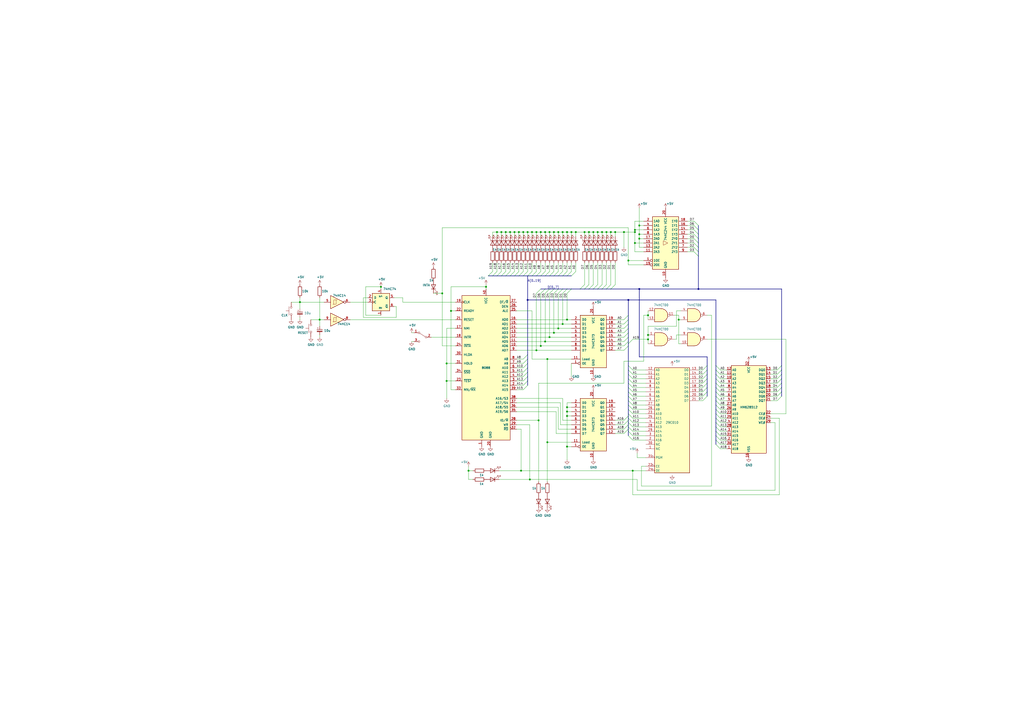
<source format=kicad_sch>
(kicad_sch (version 20211123) (generator eeschema)
  (paper "A2")
  (junction (at 261.62 180.34))
  (junction (at 334.01 134.62))
  (junction (at 344.17 134.62))
  (junction (at 298.45 134.62))
  (junction (at 368.3 140.97))
  (junction (at 321.31 193.04))
  (junction (at 326.39 187.96))
  (junction (at 259.08 210.82))
  (junction (at 368.3 133.35))
  (junction (at 328.93 241.3))
  (junction (at 393.7 185.42))
  (junction (at 346.71 134.62))
  (junction (at 288.29 134.62))
  (junction (at 256.54 170.18))
  (junction (at 375.92 182.88))
  (junction (at 370.84 130.81))
  (junction (at 349.25 134.62))
  (junction (at 328.93 134.62))
  (junction (at 405.13 167.64))
  (junction (at 326.39 134.62))
  (junction (at 306.07 134.62))
  (junction (at 375.92 196.85))
  (junction (at 328.93 238.76))
  (junction (at 368.3 134.62))
  (junction (at 341.63 134.62))
  (junction (at 364.49 173.99))
  (junction (at 311.15 134.62))
  (junction (at 259.08 220.98))
  (junction (at 300.99 134.62))
  (junction (at 312.42 243.84))
  (junction (at 317.5 256.54))
  (junction (at 303.53 134.62))
  (junction (at 290.83 134.62))
  (junction (at 308.61 134.62))
  (junction (at 323.85 190.5))
  (junction (at 281.94 166.37))
  (junction (at 311.15 203.2))
  (junction (at 302.26 273.05))
  (junction (at 321.31 134.62))
  (junction (at 367.03 273.05))
  (junction (at 351.79 134.62))
  (junction (at 306.07 173.99))
  (junction (at 316.23 198.12))
  (junction (at 318.77 134.62))
  (junction (at 328.93 236.22))
  (junction (at 295.91 134.62))
  (junction (at 318.77 195.58))
  (junction (at 316.23 134.62))
  (junction (at 328.93 185.42))
  (junction (at 185.42 185.42))
  (junction (at 317.5 208.28))
  (junction (at 293.37 134.62))
  (junction (at 370.84 138.43))
  (junction (at 375.92 194.31))
  (junction (at 331.47 134.62))
  (junction (at 313.69 200.66))
  (junction (at 328.93 259.08))
  (junction (at 356.87 134.62))
  (junction (at 313.69 134.62))
  (junction (at 370.84 167.64))
  (junction (at 271.78 273.05))
  (junction (at 361.95 134.62))
  (junction (at 220.98 166.37))
  (junction (at 354.33 134.62))
  (junction (at 173.99 175.26))
  (junction (at 370.84 135.89))
  (junction (at 307.34 278.13))
  (junction (at 339.09 134.62))
  (junction (at 323.85 134.62))
  (junction (at 364.49 151.13))
  (bus_entry (at 349.25 167.64) (size 2.54 -2.54))
  (bus_entry (at 346.71 167.64) (size 2.54 -2.54))
  (bus_entry (at 364.49 240.03) (size 2.54 2.54))
  (bus_entry (at 415.29 219.71) (size 2.54 2.54))
  (bus_entry (at 303.53 220.98) (size 2.54 -2.54))
  (bus_entry (at 339.09 167.64) (size 2.54 -2.54))
  (bus_entry (at 303.53 215.9) (size 2.54 -2.54))
  (bus_entry (at 402.59 138.43) (size 2.54 2.54))
  (bus_entry (at 361.95 193.04) (size 2.54 -2.54))
  (bus_entry (at 402.59 130.81) (size 2.54 2.54))
  (bus_entry (at 402.59 133.35) (size 2.54 2.54))
  (bus_entry (at 415.29 217.17) (size 2.54 2.54))
  (bus_entry (at 303.53 208.28) (size 2.54 -2.54))
  (bus_entry (at 285.75 160.02) (size 2.54 -2.54))
  (bus_entry (at 313.69 170.18) (size 2.54 -2.54))
  (bus_entry (at 331.47 160.02) (size 2.54 -2.54))
  (bus_entry (at 364.49 232.41) (size 2.54 2.54))
  (bus_entry (at 351.79 167.64) (size 2.54 -2.54))
  (bus_entry (at 407.67 217.17) (size 2.54 -2.54))
  (bus_entry (at 450.85 222.25) (size 2.54 -2.54))
  (bus_entry (at 364.49 247.65) (size 2.54 2.54))
  (bus_entry (at 415.29 227.33) (size 2.54 2.54))
  (bus_entry (at 295.91 160.02) (size 2.54 -2.54))
  (bus_entry (at 303.53 160.02) (size 2.54 -2.54))
  (bus_entry (at 407.67 222.25) (size 2.54 -2.54))
  (bus_entry (at 364.49 212.09) (size 2.54 2.54))
  (bus_entry (at 311.15 160.02) (size 2.54 -2.54))
  (bus_entry (at 336.55 167.64) (size 2.54 -2.54))
  (bus_entry (at 364.49 214.63) (size 2.54 2.54))
  (bus_entry (at 415.29 229.87) (size 2.54 2.54))
  (bus_entry (at 313.69 160.02) (size 2.54 -2.54))
  (bus_entry (at 328.93 160.02) (size 2.54 -2.54))
  (bus_entry (at 303.53 210.82) (size 2.54 -2.54))
  (bus_entry (at 407.67 229.87) (size 2.54 -2.54))
  (bus_entry (at 364.49 237.49) (size 2.54 2.54))
  (bus_entry (at 415.29 212.09) (size 2.54 2.54))
  (bus_entry (at 364.49 242.57) (size 2.54 2.54))
  (bus_entry (at 303.53 226.06) (size 2.54 -2.54))
  (bus_entry (at 415.29 240.03) (size 2.54 2.54))
  (bus_entry (at 402.59 146.05) (size 2.54 2.54))
  (bus_entry (at 415.29 247.65) (size 2.54 2.54))
  (bus_entry (at 415.29 222.25) (size 2.54 2.54))
  (bus_entry (at 321.31 160.02) (size 2.54 -2.54))
  (bus_entry (at 361.95 203.2) (size 2.54 -2.54))
  (bus_entry (at 361.95 243.84) (size 2.54 -2.54))
  (bus_entry (at 361.95 187.96) (size 2.54 -2.54))
  (bus_entry (at 316.23 170.18) (size 2.54 -2.54))
  (bus_entry (at 308.61 160.02) (size 2.54 -2.54))
  (bus_entry (at 293.37 160.02) (size 2.54 -2.54))
  (bus_entry (at 361.95 195.58) (size 2.54 -2.54))
  (bus_entry (at 402.59 140.97) (size 2.54 2.54))
  (bus_entry (at 318.77 160.02) (size 2.54 -2.54))
  (bus_entry (at 321.31 170.18) (size 2.54 -2.54))
  (bus_entry (at 303.53 223.52) (size 2.54 -2.54))
  (bus_entry (at 450.85 232.41) (size 2.54 -2.54))
  (bus_entry (at 450.85 227.33) (size 2.54 -2.54))
  (bus_entry (at 450.85 229.87) (size 2.54 -2.54))
  (bus_entry (at 450.85 219.71) (size 2.54 -2.54))
  (bus_entry (at 364.49 222.25) (size 2.54 2.54))
  (bus_entry (at 361.95 251.46) (size 2.54 -2.54))
  (bus_entry (at 288.29 160.02) (size 2.54 -2.54))
  (bus_entry (at 361.95 248.92) (size 2.54 -2.54))
  (bus_entry (at 303.53 218.44) (size 2.54 -2.54))
  (bus_entry (at 415.29 250.19) (size 2.54 2.54))
  (bus_entry (at 364.49 234.95) (size 2.54 2.54))
  (bus_entry (at 361.95 198.12) (size 2.54 -2.54))
  (bus_entry (at 402.59 128.27) (size 2.54 2.54))
  (bus_entry (at 290.83 160.02) (size 2.54 -2.54))
  (bus_entry (at 316.23 160.02) (size 2.54 -2.54))
  (bus_entry (at 415.29 245.11) (size 2.54 2.54))
  (bus_entry (at 283.21 160.02) (size 2.54 -2.54))
  (bus_entry (at 450.85 217.17) (size 2.54 -2.54))
  (bus_entry (at 364.49 199.39) (size 2.54 -2.54))
  (bus_entry (at 415.29 232.41) (size 2.54 2.54))
  (bus_entry (at 318.77 170.18) (size 2.54 -2.54))
  (bus_entry (at 354.33 167.64) (size 2.54 -2.54))
  (bus_entry (at 364.49 252.73) (size 2.54 2.54))
  (bus_entry (at 328.93 170.18) (size 2.54 -2.54))
  (bus_entry (at 450.85 214.63) (size 2.54 -2.54))
  (bus_entry (at 402.59 135.89) (size 2.54 2.54))
  (bus_entry (at 344.17 167.64) (size 2.54 -2.54))
  (bus_entry (at 364.49 219.71) (size 2.54 2.54))
  (bus_entry (at 364.49 250.19) (size 2.54 2.54))
  (bus_entry (at 407.67 224.79) (size 2.54 -2.54))
  (bus_entry (at 407.67 219.71) (size 2.54 -2.54))
  (bus_entry (at 323.85 170.18) (size 2.54 -2.54))
  (bus_entry (at 323.85 160.02) (size 2.54 -2.54))
  (bus_entry (at 341.63 167.64) (size 2.54 -2.54))
  (bus_entry (at 306.07 160.02) (size 2.54 -2.54))
  (bus_entry (at 303.53 213.36) (size 2.54 -2.54))
  (bus_entry (at 298.45 160.02) (size 2.54 -2.54))
  (bus_entry (at 326.39 160.02) (size 2.54 -2.54))
  (bus_entry (at 364.49 245.11) (size 2.54 2.54))
  (bus_entry (at 407.67 214.63) (size 2.54 -2.54))
  (bus_entry (at 407.67 232.41) (size 2.54 -2.54))
  (bus_entry (at 415.29 234.95) (size 2.54 2.54))
  (bus_entry (at 415.29 242.57) (size 2.54 2.54))
  (bus_entry (at 361.95 246.38) (size 2.54 -2.54))
  (bus_entry (at 407.67 227.33) (size 2.54 -2.54))
  (bus_entry (at 450.85 224.79) (size 2.54 -2.54))
  (bus_entry (at 415.29 214.63) (size 2.54 2.54))
  (bus_entry (at 311.15 170.18) (size 2.54 -2.54))
  (bus_entry (at 364.49 217.17) (size 2.54 2.54))
  (bus_entry (at 415.29 255.27) (size 2.54 2.54))
  (bus_entry (at 361.95 200.66) (size 2.54 -2.54))
  (bus_entry (at 364.49 224.79) (size 2.54 2.54))
  (bus_entry (at 415.29 237.49) (size 2.54 2.54))
  (bus_entry (at 402.59 143.51) (size 2.54 2.54))
  (bus_entry (at 300.99 160.02) (size 2.54 -2.54))
  (bus_entry (at 361.95 190.5) (size 2.54 -2.54))
  (bus_entry (at 326.39 170.18) (size 2.54 -2.54))
  (bus_entry (at 361.95 185.42) (size 2.54 -2.54))
  (bus_entry (at 415.29 252.73) (size 2.54 2.54))
  (bus_entry (at 364.49 229.87) (size 2.54 2.54))
  (bus_entry (at 415.29 257.81) (size 2.54 2.54))
  (bus_entry (at 364.49 227.33) (size 2.54 2.54))
  (bus_entry (at 415.29 224.79) (size 2.54 2.54))
  (bus (pts (xy 415.29 247.65) (xy 415.29 250.19)))
  (wire (pts (xy 367.03 214.63) (xy 374.65 214.63)))
  (wire (pts (xy 356.87 198.12) (xy 361.95 198.12)))
  (wire (pts (xy 313.69 157.48) (xy 313.69 152.4)))
  (wire (pts (xy 449.58 245.11) (xy 447.04 245.11)))
  (wire (pts (xy 405.13 217.17) (xy 407.67 217.17)))
  (wire (pts (xy 313.69 137.16) (xy 313.69 134.62)))
  (wire (pts (xy 398.78 135.89) (xy 402.59 135.89)))
  (bus (pts (xy 364.49 193.04) (xy 364.49 195.58)))
  (wire (pts (xy 328.93 170.18) (xy 328.93 185.42)))
  (wire (pts (xy 323.85 134.62) (xy 326.39 134.62)))
  (bus (pts (xy 326.39 167.64) (xy 328.93 167.64)))
  (bus (pts (xy 410.21 212.09) (xy 410.21 214.63)))
  (wire (pts (xy 392.43 194.31) (xy 392.43 196.85)))
  (wire (pts (xy 318.77 152.4) (xy 318.77 157.48)))
  (wire (pts (xy 367.03 196.85) (xy 375.92 196.85)))
  (wire (pts (xy 373.38 151.13) (xy 364.49 151.13)))
  (wire (pts (xy 367.03 234.95) (xy 374.65 234.95)))
  (wire (pts (xy 326.39 187.96) (xy 331.47 187.96)))
  (wire (pts (xy 299.72 246.38) (xy 307.34 246.38)))
  (wire (pts (xy 264.16 220.98) (xy 259.08 220.98)))
  (wire (pts (xy 331.47 198.12) (xy 316.23 198.12)))
  (wire (pts (xy 288.29 134.62) (xy 290.83 134.62)))
  (bus (pts (xy 306.07 173.99) (xy 306.07 205.74)))
  (wire (pts (xy 311.15 137.16) (xy 311.15 134.62)))
  (bus (pts (xy 364.49 243.84) (xy 364.49 245.11)))
  (bus (pts (xy 285.75 160.02) (xy 288.29 160.02)))
  (wire (pts (xy 447.04 229.87) (xy 450.85 229.87)))
  (bus (pts (xy 288.29 160.02) (xy 290.83 160.02)))
  (wire (pts (xy 185.42 194.31) (xy 185.42 195.58)))
  (wire (pts (xy 317.5 208.28) (xy 331.47 208.28)))
  (wire (pts (xy 369.57 284.48) (xy 449.58 284.48)))
  (bus (pts (xy 313.69 160.02) (xy 316.23 160.02)))
  (wire (pts (xy 405.13 232.41) (xy 407.67 232.41)))
  (wire (pts (xy 455.93 196.85) (xy 455.93 240.03)))
  (wire (pts (xy 256.54 170.18) (xy 256.54 200.66)))
  (bus (pts (xy 405.13 167.64) (xy 370.84 167.64)))
  (wire (pts (xy 233.68 172.72) (xy 228.6 172.72)))
  (bus (pts (xy 453.39 222.25) (xy 453.39 224.79)))
  (wire (pts (xy 361.95 190.5) (xy 356.87 190.5)))
  (wire (pts (xy 187.96 175.26) (xy 173.99 175.26)))
  (wire (pts (xy 394.97 185.42) (xy 393.7 185.42)))
  (wire (pts (xy 317.5 256.54) (xy 331.47 256.54)))
  (wire (pts (xy 281.94 166.37) (xy 281.94 167.64)))
  (wire (pts (xy 375.92 180.34) (xy 375.92 182.88)))
  (wire (pts (xy 361.95 222.25) (xy 361.95 209.55)))
  (bus (pts (xy 313.69 167.64) (xy 316.23 167.64)))
  (wire (pts (xy 323.85 137.16) (xy 323.85 134.62)))
  (bus (pts (xy 283.21 160.02) (xy 285.75 160.02)))
  (wire (pts (xy 203.2 175.26) (xy 213.36 175.26)))
  (bus (pts (xy 364.49 190.5) (xy 364.49 193.04)))
  (wire (pts (xy 393.7 199.39) (xy 394.97 199.39)))
  (bus (pts (xy 405.13 148.59) (xy 405.13 167.64)))
  (wire (pts (xy 317.5 256.54) (xy 317.5 279.4)))
  (wire (pts (xy 367.03 224.79) (xy 374.65 224.79)))
  (bus (pts (xy 415.29 173.99) (xy 415.29 212.09)))
  (wire (pts (xy 173.99 184.15) (xy 173.99 185.42)))
  (wire (pts (xy 321.31 193.04) (xy 331.47 193.04)))
  (wire (pts (xy 331.47 233.68) (xy 328.93 233.68)))
  (wire (pts (xy 316.23 157.48) (xy 316.23 152.4)))
  (bus (pts (xy 298.45 160.02) (xy 300.99 160.02)))
  (wire (pts (xy 354.33 134.62) (xy 356.87 134.62)))
  (wire (pts (xy 323.85 236.22) (xy 323.85 248.92)))
  (wire (pts (xy 356.87 187.96) (xy 361.95 187.96)))
  (bus (pts (xy 415.29 240.03) (xy 415.29 242.57)))
  (wire (pts (xy 256.54 132.08) (xy 256.54 170.18)))
  (wire (pts (xy 210.82 184.15) (xy 229.87 184.15)))
  (wire (pts (xy 316.23 198.12) (xy 299.72 198.12)))
  (bus (pts (xy 364.49 217.17) (xy 364.49 219.71)))
  (bus (pts (xy 410.21 219.71) (xy 410.21 222.25)))
  (wire (pts (xy 285.75 157.48) (xy 285.75 152.4)))
  (wire (pts (xy 318.77 137.16) (xy 318.77 134.62)))
  (bus (pts (xy 344.17 167.64) (xy 346.71 167.64)))
  (bus (pts (xy 364.49 224.79) (xy 364.49 227.33)))
  (wire (pts (xy 303.53 210.82) (xy 299.72 210.82)))
  (wire (pts (xy 361.95 185.42) (xy 356.87 185.42)))
  (bus (pts (xy 415.29 234.95) (xy 415.29 237.49)))
  (wire (pts (xy 212.09 166.37) (xy 220.98 166.37)))
  (wire (pts (xy 328.93 238.76) (xy 331.47 238.76)))
  (wire (pts (xy 299.72 248.92) (xy 302.26 248.92)))
  (bus (pts (xy 316.23 160.02) (xy 318.77 160.02)))
  (wire (pts (xy 375.92 182.88) (xy 375.92 185.42)))
  (bus (pts (xy 415.29 252.73) (xy 415.29 255.27)))
  (bus (pts (xy 415.29 245.11) (xy 415.29 247.65)))
  (wire (pts (xy 339.09 134.62) (xy 334.01 134.62)))
  (wire (pts (xy 370.84 135.89) (xy 373.38 135.89)))
  (bus (pts (xy 303.53 160.02) (xy 306.07 160.02)))
  (bus (pts (xy 328.93 167.64) (xy 331.47 167.64)))
  (bus (pts (xy 410.21 217.17) (xy 410.21 219.71)))
  (wire (pts (xy 356.87 165.1) (xy 356.87 152.4)))
  (wire (pts (xy 417.83 257.81) (xy 421.64 257.81)))
  (bus (pts (xy 364.49 195.58) (xy 364.49 198.12)))
  (wire (pts (xy 173.99 175.26) (xy 173.99 179.07)))
  (bus (pts (xy 364.49 173.99) (xy 415.29 173.99)))
  (wire (pts (xy 361.95 209.55) (xy 373.38 209.55)))
  (wire (pts (xy 339.09 134.62) (xy 341.63 134.62)))
  (bus (pts (xy 326.39 160.02) (xy 328.93 160.02)))
  (wire (pts (xy 341.63 152.4) (xy 341.63 165.1)))
  (bus (pts (xy 306.07 173.99) (xy 364.49 173.99)))
  (wire (pts (xy 331.47 185.42) (xy 328.93 185.42)))
  (wire (pts (xy 368.3 134.62) (xy 368.3 140.97)))
  (wire (pts (xy 367.03 273.05) (xy 374.65 273.05)))
  (wire (pts (xy 417.83 245.11) (xy 421.64 245.11)))
  (wire (pts (xy 285.75 134.62) (xy 288.29 134.62)))
  (wire (pts (xy 308.61 180.34) (xy 308.61 208.28)))
  (wire (pts (xy 187.96 185.42) (xy 185.42 185.42)))
  (bus (pts (xy 364.49 250.19) (xy 364.49 252.73)))
  (wire (pts (xy 344.17 137.16) (xy 344.17 134.62)))
  (wire (pts (xy 367.03 252.73) (xy 374.65 252.73)))
  (wire (pts (xy 288.29 152.4) (xy 288.29 157.48)))
  (wire (pts (xy 356.87 203.2) (xy 361.95 203.2)))
  (wire (pts (xy 356.87 193.04) (xy 361.95 193.04)))
  (bus (pts (xy 336.55 167.64) (xy 339.09 167.64)))
  (wire (pts (xy 449.58 284.48) (xy 449.58 245.11)))
  (wire (pts (xy 307.34 278.13) (xy 369.57 278.13)))
  (wire (pts (xy 417.83 242.57) (xy 421.64 242.57)))
  (wire (pts (xy 398.78 138.43) (xy 402.59 138.43)))
  (bus (pts (xy 290.83 160.02) (xy 293.37 160.02)))
  (bus (pts (xy 306.07 205.74) (xy 306.07 208.28)))
  (wire (pts (xy 412.75 281.94) (xy 412.75 182.88)))
  (wire (pts (xy 392.43 180.34) (xy 392.43 189.23)))
  (bus (pts (xy 364.49 241.3) (xy 364.49 242.57)))
  (wire (pts (xy 373.38 143.51) (xy 370.84 143.51)))
  (bus (pts (xy 415.29 237.49) (xy 415.29 240.03)))
  (bus (pts (xy 339.09 167.64) (xy 341.63 167.64)))
  (wire (pts (xy 351.79 152.4) (xy 351.79 165.1)))
  (wire (pts (xy 393.7 185.42) (xy 393.7 182.88)))
  (wire (pts (xy 326.39 170.18) (xy 326.39 187.96)))
  (wire (pts (xy 349.25 152.4) (xy 349.25 165.1)))
  (wire (pts (xy 361.95 134.62) (xy 368.3 134.62)))
  (wire (pts (xy 367.03 219.71) (xy 374.65 219.71)))
  (wire (pts (xy 321.31 134.62) (xy 323.85 134.62)))
  (wire (pts (xy 303.53 157.48) (xy 303.53 152.4)))
  (wire (pts (xy 328.93 236.22) (xy 331.47 236.22)))
  (wire (pts (xy 398.78 130.81) (xy 402.59 130.81)))
  (bus (pts (xy 364.49 234.95) (xy 364.49 237.49)))
  (wire (pts (xy 373.38 130.81) (xy 370.84 130.81)))
  (wire (pts (xy 417.83 217.17) (xy 421.64 217.17)))
  (wire (pts (xy 398.78 143.51) (xy 402.59 143.51)))
  (wire (pts (xy 447.04 222.25) (xy 450.85 222.25)))
  (bus (pts (xy 306.07 215.9) (xy 306.07 218.44)))
  (bus (pts (xy 293.37 160.02) (xy 295.91 160.02)))
  (wire (pts (xy 281.94 165.1) (xy 281.94 166.37)))
  (wire (pts (xy 326.39 231.14) (xy 326.39 243.84)))
  (wire (pts (xy 299.72 203.2) (xy 311.15 203.2)))
  (bus (pts (xy 311.15 160.02) (xy 313.69 160.02)))
  (wire (pts (xy 318.77 170.18) (xy 318.77 195.58)))
  (wire (pts (xy 410.21 196.85) (xy 455.93 196.85)))
  (bus (pts (xy 351.79 167.64) (xy 354.33 167.64)))
  (wire (pts (xy 398.78 133.35) (xy 402.59 133.35)))
  (bus (pts (xy 321.31 167.64) (xy 323.85 167.64)))
  (wire (pts (xy 261.62 226.06) (xy 261.62 180.34)))
  (bus (pts (xy 415.29 229.87) (xy 415.29 232.41)))
  (wire (pts (xy 370.84 120.65) (xy 370.84 130.81)))
  (bus (pts (xy 364.49 200.66) (xy 364.49 212.09)))
  (bus (pts (xy 370.84 167.64) (xy 370.84 207.01)))
  (wire (pts (xy 322.58 251.46) (xy 331.47 251.46)))
  (wire (pts (xy 405.13 222.25) (xy 407.67 222.25)))
  (wire (pts (xy 447.04 219.71) (xy 450.85 219.71)))
  (bus (pts (xy 405.13 130.81) (xy 405.13 133.35)))
  (wire (pts (xy 312.42 243.84) (xy 312.42 222.25)))
  (wire (pts (xy 364.49 153.67) (xy 364.49 151.13)))
  (wire (pts (xy 452.12 242.57) (xy 452.12 287.02)))
  (wire (pts (xy 447.04 242.57) (xy 452.12 242.57)))
  (wire (pts (xy 220.98 182.88) (xy 212.09 182.88)))
  (wire (pts (xy 369.57 262.89) (xy 369.57 265.43)))
  (wire (pts (xy 185.42 172.72) (xy 185.42 185.42)))
  (wire (pts (xy 289.56 273.05) (xy 302.26 273.05)))
  (wire (pts (xy 351.79 137.16) (xy 351.79 134.62)))
  (wire (pts (xy 212.09 182.88) (xy 212.09 166.37)))
  (wire (pts (xy 293.37 134.62) (xy 295.91 134.62)))
  (bus (pts (xy 415.29 212.09) (xy 415.29 214.63)))
  (bus (pts (xy 410.21 227.33) (xy 410.21 229.87)))
  (wire (pts (xy 299.72 218.44) (xy 303.53 218.44)))
  (wire (pts (xy 261.62 166.37) (xy 261.62 180.34)))
  (wire (pts (xy 238.76 198.12) (xy 240.03 198.12)))
  (wire (pts (xy 356.87 248.92) (xy 361.95 248.92)))
  (wire (pts (xy 368.3 140.97) (xy 373.38 140.97)))
  (wire (pts (xy 289.56 278.13) (xy 307.34 278.13)))
  (bus (pts (xy 453.39 212.09) (xy 453.39 214.63)))
  (bus (pts (xy 410.21 224.79) (xy 410.21 227.33)))
  (wire (pts (xy 271.78 273.05) (xy 271.78 278.13)))
  (wire (pts (xy 417.83 222.25) (xy 421.64 222.25)))
  (wire (pts (xy 373.38 209.55) (xy 373.38 182.88)))
  (bus (pts (xy 453.39 167.64) (xy 405.13 167.64)))
  (bus (pts (xy 415.29 224.79) (xy 415.29 227.33)))
  (bus (pts (xy 323.85 160.02) (xy 326.39 160.02)))
  (bus (pts (xy 331.47 167.64) (xy 336.55 167.64)))
  (wire (pts (xy 372.11 281.94) (xy 412.75 281.94)))
  (wire (pts (xy 334.01 157.48) (xy 334.01 152.4)))
  (wire (pts (xy 334.01 137.16) (xy 334.01 134.62)))
  (wire (pts (xy 251.46 170.18) (xy 256.54 170.18)))
  (wire (pts (xy 299.72 200.66) (xy 313.69 200.66)))
  (bus (pts (xy 364.49 182.88) (xy 364.49 185.42)))
  (wire (pts (xy 220.98 166.37) (xy 220.98 167.64)))
  (wire (pts (xy 293.37 137.16) (xy 293.37 134.62)))
  (wire (pts (xy 328.93 241.3) (xy 328.93 259.08)))
  (wire (pts (xy 264.16 175.26) (xy 233.68 175.26)))
  (wire (pts (xy 367.03 237.49) (xy 374.65 237.49)))
  (wire (pts (xy 328.93 238.76) (xy 328.93 241.3)))
  (wire (pts (xy 349.25 137.16) (xy 349.25 134.62)))
  (wire (pts (xy 361.95 200.66) (xy 356.87 200.66)))
  (wire (pts (xy 295.91 137.16) (xy 295.91 134.62)))
  (wire (pts (xy 303.53 215.9) (xy 299.72 215.9)))
  (wire (pts (xy 349.25 134.62) (xy 351.79 134.62)))
  (wire (pts (xy 417.83 252.73) (xy 421.64 252.73)))
  (wire (pts (xy 312.42 243.84) (xy 312.42 279.4)))
  (wire (pts (xy 316.23 170.18) (xy 316.23 198.12)))
  (wire (pts (xy 326.39 243.84) (xy 331.47 243.84)))
  (wire (pts (xy 325.12 246.38) (xy 331.47 246.38)))
  (bus (pts (xy 364.49 246.38) (xy 364.49 247.65)))
  (bus (pts (xy 415.29 214.63) (xy 415.29 217.17)))
  (bus (pts (xy 453.39 217.17) (xy 453.39 219.71)))
  (wire (pts (xy 447.04 224.79) (xy 450.85 224.79)))
  (bus (pts (xy 453.39 212.09) (xy 453.39 167.64)))
  (wire (pts (xy 326.39 137.16) (xy 326.39 134.62)))
  (wire (pts (xy 417.83 229.87) (xy 421.64 229.87)))
  (bus (pts (xy 364.49 248.92) (xy 364.49 250.19)))
  (wire (pts (xy 295.91 134.62) (xy 298.45 134.62)))
  (wire (pts (xy 331.47 210.82) (xy 331.47 218.44)))
  (wire (pts (xy 300.99 137.16) (xy 300.99 134.62)))
  (wire (pts (xy 312.42 222.25) (xy 361.95 222.25)))
  (wire (pts (xy 210.82 172.72) (xy 210.82 184.15)))
  (bus (pts (xy 306.07 218.44) (xy 306.07 220.98)))
  (wire (pts (xy 393.7 185.42) (xy 393.7 199.39)))
  (wire (pts (xy 368.3 133.35) (xy 373.38 133.35)))
  (wire (pts (xy 313.69 134.62) (xy 316.23 134.62)))
  (wire (pts (xy 447.04 232.41) (xy 450.85 232.41)))
  (wire (pts (xy 392.43 196.85) (xy 391.16 196.85)))
  (wire (pts (xy 295.91 157.48) (xy 295.91 152.4)))
  (wire (pts (xy 173.99 172.72) (xy 173.99 175.26)))
  (wire (pts (xy 299.72 223.52) (xy 303.53 223.52)))
  (bus (pts (xy 306.07 210.82) (xy 306.07 213.36)))
  (wire (pts (xy 447.04 217.17) (xy 450.85 217.17)))
  (wire (pts (xy 323.85 248.92) (xy 331.47 248.92)))
  (wire (pts (xy 173.99 175.26) (xy 168.91 175.26)))
  (wire (pts (xy 367.03 240.03) (xy 374.65 240.03)))
  (wire (pts (xy 364.49 151.13) (xy 364.49 132.08)))
  (wire (pts (xy 308.61 157.48) (xy 308.61 152.4)))
  (wire (pts (xy 302.26 248.92) (xy 302.26 273.05)))
  (wire (pts (xy 323.85 157.48) (xy 323.85 152.4)))
  (wire (pts (xy 316.23 134.62) (xy 318.77 134.62)))
  (wire (pts (xy 210.82 172.72) (xy 213.36 172.72)))
  (wire (pts (xy 412.75 182.88) (xy 410.21 182.88)))
  (wire (pts (xy 373.38 128.27) (xy 368.3 128.27)))
  (wire (pts (xy 370.84 138.43) (xy 370.84 135.89)))
  (wire (pts (xy 322.58 238.76) (xy 322.58 251.46)))
  (wire (pts (xy 293.37 157.48) (xy 293.37 152.4)))
  (wire (pts (xy 417.83 237.49) (xy 421.64 237.49)))
  (wire (pts (xy 354.33 137.16) (xy 354.33 134.62)))
  (wire (pts (xy 313.69 200.66) (xy 331.47 200.66)))
  (wire (pts (xy 299.72 195.58) (xy 318.77 195.58)))
  (wire (pts (xy 290.83 134.62) (xy 293.37 134.62)))
  (wire (pts (xy 375.92 189.23) (xy 375.92 194.31)))
  (bus (pts (xy 405.13 133.35) (xy 405.13 135.89)))
  (wire (pts (xy 299.72 187.96) (xy 326.39 187.96)))
  (wire (pts (xy 290.83 152.4) (xy 290.83 157.48)))
  (wire (pts (xy 394.97 194.31) (xy 392.43 194.31)))
  (wire (pts (xy 271.78 278.13) (xy 274.32 278.13)))
  (wire (pts (xy 308.61 134.62) (xy 311.15 134.62)))
  (wire (pts (xy 370.84 143.51) (xy 370.84 138.43)))
  (wire (pts (xy 328.93 137.16) (xy 328.93 134.62)))
  (wire (pts (xy 368.3 140.97) (xy 368.3 146.05)))
  (wire (pts (xy 264.16 200.66) (xy 256.54 200.66)))
  (wire (pts (xy 259.08 220.98) (xy 259.08 231.14)))
  (bus (pts (xy 453.39 219.71) (xy 453.39 222.25)))
  (bus (pts (xy 300.99 160.02) (xy 303.53 160.02)))
  (wire (pts (xy 354.33 152.4) (xy 354.33 165.1)))
  (wire (pts (xy 288.29 137.16) (xy 288.29 134.62)))
  (wire (pts (xy 447.04 227.33) (xy 450.85 227.33)))
  (wire (pts (xy 417.83 234.95) (xy 421.64 234.95)))
  (bus (pts (xy 453.39 227.33) (xy 453.39 229.87)))
  (bus (pts (xy 306.07 160.02) (xy 306.07 173.99)))
  (wire (pts (xy 367.03 255.27) (xy 374.65 255.27)))
  (wire (pts (xy 185.42 185.42) (xy 185.42 189.23)))
  (wire (pts (xy 368.3 128.27) (xy 368.3 133.35)))
  (wire (pts (xy 300.99 134.62) (xy 303.53 134.62)))
  (wire (pts (xy 229.87 177.8) (xy 228.6 177.8)))
  (wire (pts (xy 367.03 287.02) (xy 452.12 287.02)))
  (wire (pts (xy 328.93 157.48) (xy 328.93 152.4)))
  (wire (pts (xy 367.03 229.87) (xy 374.65 229.87)))
  (wire (pts (xy 417.83 227.33) (xy 421.64 227.33)))
  (bus (pts (xy 308.61 160.02) (xy 311.15 160.02)))
  (wire (pts (xy 299.72 236.22) (xy 323.85 236.22)))
  (wire (pts (xy 368.3 133.35) (xy 368.3 134.62)))
  (wire (pts (xy 311.15 152.4) (xy 311.15 157.48)))
  (wire (pts (xy 369.57 278.13) (xy 369.57 284.48)))
  (wire (pts (xy 367.03 250.19) (xy 374.65 250.19)))
  (wire (pts (xy 303.53 226.06) (xy 299.72 226.06)))
  (bus (pts (xy 321.31 160.02) (xy 323.85 160.02)))
  (wire (pts (xy 264.16 226.06) (xy 261.62 226.06)))
  (wire (pts (xy 299.72 208.28) (xy 303.53 208.28)))
  (wire (pts (xy 321.31 152.4) (xy 321.31 157.48)))
  (wire (pts (xy 368.3 146.05) (xy 373.38 146.05)))
  (wire (pts (xy 311.15 203.2) (xy 331.47 203.2)))
  (wire (pts (xy 271.78 270.51) (xy 271.78 273.05)))
  (wire (pts (xy 339.09 134.62) (xy 339.09 137.16)))
  (wire (pts (xy 367.03 232.41) (xy 374.65 232.41)))
  (wire (pts (xy 316.23 137.16) (xy 316.23 134.62)))
  (wire (pts (xy 405.13 214.63) (xy 407.67 214.63)))
  (bus (pts (xy 306.07 220.98) (xy 306.07 223.52)))
  (wire (pts (xy 328.93 236.22) (xy 328.93 238.76)))
  (bus (pts (xy 370.84 207.01) (xy 410.21 207.01)))
  (wire (pts (xy 328.93 259.08) (xy 328.93 266.7)))
  (wire (pts (xy 405.13 227.33) (xy 407.67 227.33)))
  (bus (pts (xy 410.21 207.01) (xy 410.21 212.09)))
  (bus (pts (xy 349.25 167.64) (xy 351.79 167.64)))
  (wire (pts (xy 256.54 132.08) (xy 364.49 132.08)))
  (bus (pts (xy 410.21 214.63) (xy 410.21 217.17)))
  (bus (pts (xy 364.49 240.03) (xy 364.49 241.3)))
  (wire (pts (xy 328.93 241.3) (xy 331.47 241.3)))
  (bus (pts (xy 415.29 255.27) (xy 415.29 257.81)))
  (wire (pts (xy 264.16 210.82) (xy 259.08 210.82)))
  (bus (pts (xy 316.23 167.64) (xy 318.77 167.64)))
  (bus (pts (xy 364.49 242.57) (xy 364.49 243.84)))
  (wire (pts (xy 328.93 233.68) (xy 328.93 236.22)))
  (wire (pts (xy 317.5 208.28) (xy 317.5 256.54)))
  (bus (pts (xy 405.13 146.05) (xy 405.13 148.59)))
  (wire (pts (xy 417.83 224.79) (xy 421.64 224.79)))
  (wire (pts (xy 331.47 259.08) (xy 328.93 259.08)))
  (bus (pts (xy 405.13 135.89) (xy 405.13 138.43)))
  (wire (pts (xy 299.72 233.68) (xy 325.12 233.68)))
  (wire (pts (xy 321.31 137.16) (xy 321.31 134.62)))
  (wire (pts (xy 417.83 260.35) (xy 421.64 260.35)))
  (wire (pts (xy 369.57 265.43) (xy 374.65 265.43)))
  (bus (pts (xy 318.77 160.02) (xy 321.31 160.02)))
  (wire (pts (xy 271.78 273.05) (xy 274.32 273.05)))
  (wire (pts (xy 328.93 185.42) (xy 299.72 185.42)))
  (bus (pts (xy 405.13 138.43) (xy 405.13 140.97)))
  (bus (pts (xy 323.85 167.64) (xy 326.39 167.64)))
  (wire (pts (xy 367.03 222.25) (xy 374.65 222.25)))
  (bus (pts (xy 364.49 173.99) (xy 364.49 182.88)))
  (bus (pts (xy 364.49 227.33) (xy 364.49 229.87)))
  (wire (pts (xy 417.83 232.41) (xy 421.64 232.41)))
  (bus (pts (xy 364.49 198.12) (xy 364.49 199.39)))
  (wire (pts (xy 203.2 185.42) (xy 264.16 185.42)))
  (bus (pts (xy 364.49 245.11) (xy 364.49 246.38)))
  (wire (pts (xy 341.63 137.16) (xy 341.63 134.62)))
  (wire (pts (xy 367.03 217.17) (xy 374.65 217.17)))
  (wire (pts (xy 356.87 243.84) (xy 361.95 243.84)))
  (bus (pts (xy 364.49 247.65) (xy 364.49 248.92)))
  (wire (pts (xy 299.72 213.36) (xy 303.53 213.36)))
  (bus (pts (xy 364.49 214.63) (xy 364.49 217.17)))
  (wire (pts (xy 344.17 152.4) (xy 344.17 165.1)))
  (bus (pts (xy 364.49 187.96) (xy 364.49 190.5)))
  (bus (pts (xy 364.49 237.49) (xy 364.49 240.03)))
  (wire (pts (xy 328.93 134.62) (xy 331.47 134.62)))
  (wire (pts (xy 417.83 240.03) (xy 421.64 240.03)))
  (bus (pts (xy 415.29 219.71) (xy 415.29 222.25)))
  (wire (pts (xy 308.61 208.28) (xy 317.5 208.28)))
  (wire (pts (xy 351.79 134.62) (xy 354.33 134.62)))
  (wire (pts (xy 261.62 180.34) (xy 264.16 180.34)))
  (wire (pts (xy 417.83 250.19) (xy 421.64 250.19)))
  (bus (pts (xy 405.13 143.51) (xy 405.13 146.05)))
  (wire (pts (xy 229.87 184.15) (xy 229.87 177.8)))
  (wire (pts (xy 367.03 245.11) (xy 374.65 245.11)))
  (wire (pts (xy 405.13 224.79) (xy 407.67 224.79)))
  (wire (pts (xy 331.47 134.62) (xy 334.01 134.62)))
  (bus (pts (xy 364.49 219.71) (xy 364.49 222.25)))
  (wire (pts (xy 344.17 134.62) (xy 346.71 134.62)))
  (bus (pts (xy 306.07 208.28) (xy 306.07 210.82)))
  (wire (pts (xy 307.34 246.38) (xy 307.34 278.13)))
  (bus (pts (xy 306.07 160.02) (xy 308.61 160.02)))
  (wire (pts (xy 318.77 195.58) (xy 331.47 195.58)))
  (bus (pts (xy 364.49 222.25) (xy 364.49 224.79)))
  (wire (pts (xy 447.04 214.63) (xy 450.85 214.63)))
  (wire (pts (xy 346.71 134.62) (xy 349.25 134.62)))
  (wire (pts (xy 356.87 137.16) (xy 356.87 134.62)))
  (wire (pts (xy 375.92 194.31) (xy 375.92 196.85)))
  (bus (pts (xy 415.29 217.17) (xy 415.29 219.71)))
  (wire (pts (xy 306.07 152.4) (xy 306.07 157.48)))
  (bus (pts (xy 405.13 140.97) (xy 405.13 143.51)))
  (wire (pts (xy 238.76 193.04) (xy 240.03 193.04)))
  (wire (pts (xy 308.61 137.16) (xy 308.61 134.62)))
  (bus (pts (xy 415.29 250.19) (xy 415.29 252.73)))
  (wire (pts (xy 367.03 273.05) (xy 367.03 287.02)))
  (wire (pts (xy 303.53 137.16) (xy 303.53 134.62)))
  (wire (pts (xy 331.47 152.4) (xy 331.47 157.48)))
  (wire (pts (xy 455.93 240.03) (xy 447.04 240.03)))
  (wire (pts (xy 325.12 233.68) (xy 325.12 246.38)))
  (wire (pts (xy 321.31 170.18) (xy 321.31 193.04)))
  (wire (pts (xy 393.7 182.88) (xy 391.16 182.88)))
  (bus (pts (xy 415.29 222.25) (xy 415.29 224.79)))
  (wire (pts (xy 370.84 135.89) (xy 370.84 130.81)))
  (bus (pts (xy 364.49 232.41) (xy 364.49 234.95)))
  (wire (pts (xy 374.65 270.51) (xy 372.11 270.51)))
  (wire (pts (xy 318.77 134.62) (xy 321.31 134.62)))
  (wire (pts (xy 373.38 182.88) (xy 375.92 182.88)))
  (bus (pts (xy 415.29 227.33) (xy 415.29 229.87)))
  (wire (pts (xy 299.72 180.34) (xy 308.61 180.34)))
  (wire (pts (xy 264.16 190.5) (xy 259.08 190.5)))
  (wire (pts (xy 299.72 238.76) (xy 322.58 238.76)))
  (bus (pts (xy 354.33 167.64) (xy 370.84 167.64)))
  (wire (pts (xy 373.38 153.67) (xy 364.49 153.67)))
  (bus (pts (xy 364.49 212.09) (xy 364.49 214.63)))
  (bus (pts (xy 453.39 214.63) (xy 453.39 217.17)))
  (wire (pts (xy 405.13 229.87) (xy 407.67 229.87)))
  (wire (pts (xy 417.83 214.63) (xy 421.64 214.63)))
  (wire (pts (xy 285.75 137.16) (xy 285.75 134.62)))
  (wire (pts (xy 323.85 170.18) (xy 323.85 190.5)))
  (bus (pts (xy 364.49 199.39) (xy 364.49 200.66)))
  (wire (pts (xy 398.78 140.97) (xy 402.59 140.97)))
  (bus (pts (xy 453.39 224.79) (xy 453.39 227.33)))
  (wire (pts (xy 311.15 170.18) (xy 311.15 203.2)))
  (wire (pts (xy 306.07 137.16) (xy 306.07 134.62)))
  (wire (pts (xy 306.07 134.62) (xy 308.61 134.62)))
  (wire (pts (xy 367.03 227.33) (xy 374.65 227.33)))
  (wire (pts (xy 417.83 219.71) (xy 421.64 219.71)))
  (wire (pts (xy 185.42 185.42) (xy 180.34 185.42)))
  (wire (pts (xy 326.39 134.62) (xy 328.93 134.62)))
  (wire (pts (xy 233.68 175.26) (xy 233.68 172.72)))
  (wire (pts (xy 259.08 190.5) (xy 259.08 210.82)))
  (bus (pts (xy 306.07 213.36) (xy 306.07 215.9)))
  (wire (pts (xy 341.63 134.62) (xy 344.17 134.62)))
  (wire (pts (xy 299.72 231.14) (xy 326.39 231.14)))
  (wire (pts (xy 361.95 251.46) (xy 356.87 251.46)))
  (wire (pts (xy 298.45 137.16) (xy 298.45 134.62)))
  (wire (pts (xy 311.15 134.62) (xy 313.69 134.62)))
  (wire (pts (xy 323.85 190.5) (xy 299.72 190.5)))
  (wire (pts (xy 302.26 273.05) (xy 367.03 273.05)))
  (wire (pts (xy 375.92 196.85) (xy 375.92 199.39)))
  (wire (pts (xy 250.19 195.58) (xy 264.16 195.58)))
  (wire (pts (xy 299.72 243.84) (xy 312.42 243.84)))
  (wire (pts (xy 394.97 180.34) (xy 392.43 180.34)))
  (wire (pts (xy 300.99 152.4) (xy 300.99 157.48)))
  (wire (pts (xy 346.71 137.16) (xy 346.71 134.62)))
  (wire (pts (xy 326.39 152.4) (xy 326.39 157.48)))
  (bus (pts (xy 364.49 229.87) (xy 364.49 232.41)))
  (wire (pts (xy 281.94 166.37) (xy 261.62 166.37)))
  (wire (pts (xy 303.53 220.98) (xy 299.72 220.98)))
  (wire (pts (xy 405.13 219.71) (xy 407.67 219.71)))
  (bus (pts (xy 364.49 185.42) (xy 364.49 187.96)))
  (wire (pts (xy 398.78 146.05) (xy 402.59 146.05)))
  (wire (pts (xy 339.09 152.4) (xy 339.09 165.1)))
  (wire (pts (xy 367.03 242.57) (xy 374.65 242.57)))
  (wire (pts (xy 331.47 190.5) (xy 323.85 190.5)))
  (wire (pts (xy 298.45 152.4) (xy 298.45 157.48)))
  (bus (pts (xy 346.71 167.64) (xy 349.25 167.64)))
  (wire (pts (xy 367.03 247.65) (xy 374.65 247.65)))
  (wire (pts (xy 298.45 134.62) (xy 300.99 134.62)))
  (wire (pts (xy 259.08 210.82) (xy 259.08 220.98)))
  (wire (pts (xy 303.53 134.62) (xy 306.07 134.62)))
  (wire (pts (xy 372.11 270.51) (xy 372.11 281.94)))
  (bus (pts (xy 410.21 222.25) (xy 410.21 224.79)))
  (bus (pts (xy 415.29 242.57) (xy 415.29 245.11)))
  (wire (pts (xy 290.83 137.16) (xy 290.83 134.62)))
  (wire (pts (xy 346.71 152.4) (xy 346.71 165.1)))
  (wire (pts (xy 370.84 138.43) (xy 373.38 138.43)))
  (wire (pts (xy 299.72 193.04) (xy 321.31 193.04)))
  (bus (pts (xy 415.29 232.41) (xy 415.29 234.95)))
  (bus (pts (xy 318.77 167.64) (xy 321.31 167.64)))
  (wire (pts (xy 361.95 134.62) (xy 361.95 143.51)))
  (wire (pts (xy 361.95 246.38) (xy 356.87 246.38)))
  (wire (pts (xy 417.83 247.65) (xy 421.64 247.65)))
  (wire (pts (xy 356.87 134.62) (xy 361.95 134.62)))
  (bus (pts (xy 328.93 160.02) (xy 331.47 160.02)))
  (wire (pts (xy 392.43 189.23) (xy 375.92 189.23)))
  (wire (pts (xy 361.95 195.58) (xy 356.87 195.58)))
  (bus (pts (xy 341.63 167.64) (xy 344.17 167.64)))
  (wire (pts (xy 331.47 137.16) (xy 331.47 134.62)))
  (wire (pts (xy 313.69 170.18) (xy 313.69 200.66)))
  (bus (pts (xy 295.91 160.02) (xy 298.45 160.02)))
  (wire (pts (xy 417.83 255.27) (xy 421.64 255.27)))
  (wire (pts (xy 398.78 128.27) (xy 402.59 128.27)))
  (label "D7" (at 311.15 172.72 90))
  (label "D2" (at 405.13 219.71 0))
  (label "A10" (at 308.61 156.21 90))
  (label "D5" (at 344.17 156.21 90))
  (label "A7" (at 367.03 232.41 0))
  (label "D6" (at 313.69 172.72 90))
  (label "D0" (at 405.13 214.63 0))
  (label "D6" (at 405.13 229.87 0))
  (label "A2" (at 328.93 156.21 90))
  (label "D4" (at 448.31 224.79 0))
  (label "A7" (at 316.23 156.21 90))
  (label "A15" (at 367.03 252.73 0))
  (label "A2" (at 358.14 190.5 0))
  (label "D[0..7]" (at 317.5 167.64 0))
  (label "D3" (at 400.05 146.05 0))
  (label "A16" (at 367.03 255.27 0))
  (label "D4" (at 400.05 135.89 0))
  (label "A12" (at 417.83 245.11 0))
  (label "A15" (at 299.72 226.06 0))
  (label "A18" (at 417.83 260.35 0))
  (label "A9" (at 299.72 210.82 0))
  (label "D5" (at 448.31 227.33 0))
  (label "A5" (at 358.14 198.12 0))
  (label "A3" (at 326.39 156.21 90))
  (label "D3" (at 349.25 156.21 90))
  (label "A10" (at 299.72 213.36 0))
  (label "D1" (at 326.39 172.72 90))
  (label "D3" (at 321.31 172.72 90))
  (label "A8" (at 313.69 156.21 90))
  (label "A9" (at 417.83 237.49 0))
  (label "A1" (at 367.03 217.17 0))
  (label "A12" (at 299.72 218.44 0))
  (label "A0" (at 334.01 156.21 90))
  (label "A14" (at 298.45 156.21 90))
  (label "A8" (at 299.72 208.28 0))
  (label "A17" (at 417.83 257.81 0))
  (label "D5" (at 400.05 133.35 0))
  (label "A8" (at 417.83 234.95 0))
  (label "A5" (at 417.83 227.33 0))
  (label "A11" (at 417.83 242.57 0))
  (label "A5" (at 321.31 156.21 90))
  (label "D6" (at 448.31 229.87 0))
  (label "A11" (at 367.03 242.57 0))
  (label "A2" (at 367.03 219.71 0))
  (label "A13" (at 299.72 220.98 0))
  (label "A16" (at 358.14 243.84 0))
  (label "A0" (at 367.03 214.63 0))
  (label "A14" (at 299.72 223.52 0))
  (label "A3" (at 358.14 193.04 0))
  (label "A4" (at 367.03 224.79 0))
  (label "A9" (at 311.15 156.21 90))
  (label "A14" (at 417.83 250.19 0))
  (label "A6" (at 367.03 229.87 0))
  (label "D7" (at 339.09 156.21 90))
  (label "A13" (at 300.99 156.21 90))
  (label "A1" (at 358.14 187.96 0))
  (label "A16" (at 417.83 255.27 0))
  (label "A11" (at 306.07 156.21 90))
  (label "D1" (at 354.33 156.21 90))
  (label "D3" (at 405.13 222.25 0))
  (label "D4" (at 346.71 156.21 90))
  (label "A7" (at 417.83 232.41 0))
  (label "D4" (at 318.77 172.72 90))
  (label "A15" (at 295.91 156.21 90))
  (label "D1" (at 405.13 217.17 0))
  (label "A12" (at 367.03 245.11 0))
  (label "A3" (at 417.83 222.25 0))
  (label "A12" (at 303.53 156.21 90))
  (label "A0" (at 358.14 185.42 0))
  (label "A9" (at 367.03 237.49 0))
  (label "A19" (at 285.75 156.21 90))
  (label "A10" (at 417.83 240.03 0))
  (label "A4" (at 323.85 156.21 90))
  (label "A6" (at 358.14 200.66 0))
  (label "A13" (at 417.83 247.65 0))
  (label "D7" (at 448.31 232.41 0))
  (label "A15" (at 417.83 252.73 0))
  (label "A2" (at 417.83 219.71 0))
  (label "D6" (at 341.63 156.21 90))
  (label "A10" (at 367.03 240.03 0))
  (label "A16" (at 293.37 156.21 90))
  (label "A17" (at 290.83 156.21 90))
  (label "D0" (at 400.05 138.43 0))
  (label "D2" (at 400.05 143.51 0))
  (label "A19" (at 367.03 196.85 0))
  (label "D2" (at 351.79 156.21 90))
  (label "A19" (at 358.14 251.46 0))
  (label "D4" (at 405.13 224.79 0))
  (label "D7" (at 405.13 232.41 0))
  (label "A4" (at 417.83 224.79 0))
  (label "A18" (at 358.14 248.92 0))
  (label "D2" (at 323.85 172.72 90))
  (label "D2" (at 448.31 219.71 0))
  (label "A11" (at 299.72 215.9 0))
  (label "A1" (at 417.83 217.17 0))
  (label "A17" (at 358.14 246.38 0))
  (label "D0" (at 356.87 156.21 90))
  (label "A3" (at 367.03 222.25 0))
  (label "A0" (at 417.83 214.63 0))
  (label "D5" (at 316.23 172.72 90))
  (label "A[0..19]" (at 306.07 163.83 0))
  (label "A5" (at 367.03 227.33 0))
  (label "A7" (at 358.14 203.2 0))
  (label "D3" (at 448.31 222.25 0))
  (label "A6" (at 318.77 156.21 90))
  (label "A14" (at 367.03 250.19 0))
  (label "D1" (at 400.05 140.97 0))
  (label "A18" (at 288.29 156.21 90))
  (label "A6" (at 417.83 229.87 0))
  (label "A8" (at 367.03 234.95 0))
  (label "A13" (at 367.03 247.65 0))
  (label "D1" (at 448.31 217.17 0))
  (label "D0" (at 328.93 172.72 90))
  (label "A1" (at 331.47 156.21 90))
  (label "A4" (at 358.14 195.58 0))
  (label "D5" (at 405.13 227.33 0))
  (label "D6" (at 400.05 130.81 0))
  (label "D0" (at 448.31 214.63 0))
  (label "D7" (at 400.05 128.27 0))
  (symbol (lib_id "MCU_Intel:8088_Min_Mode") (at 281.94 213.36 0) (unit 1)
    (property "Reference" "U1" (effects hide))
    (property "Value" "8088" (at 281.94 213.36 0))
    (property "Footprint" "Package_DIP:DIP-40_W15.24mm" (effects hide))
    (property "Datasheet" "http://datasheets.chipdb.org/Intel/x86/808x/datashts/8088/231456-006.pdf" (effects hide))
  )
  (symbol (lib_id "power:GND") (at 279.4 259.08 0) (unit 1)
    (property "Reference" "#PWR0117" (effects hide))
    (property "Value" "GND" (at 279.527 263.4742 0))
  )
  (symbol (lib_id "power:GND") (at 284.48 259.08 0) (unit 1)
    (property "Reference" "#PWR0116" (effects hide))
    (property "Value" "GND" (at 284.607 263.4742 0))
  )
  (symbol (lib_id "power:+5V") (at 281.94 165.1 0) (unit 1)
    (property "Reference" "#PWR0102" (effects hide))
    (property "Value" "+5V" (at 279.4 161.29 0))
  )
  (symbol (lib_id "power:GND") (at 259.08 231.14 0) (unit 1)
    (property "Reference" "#PWR0101" (effects hide))
    (property "Value" "GND" (at 259.207 235.5342 0))
  )
  (symbol (lib_id "74xx:74HC74") (at 220.98 175.26 0) (unit 1)
    (property "Reference" "U101" (effects hide))
    (property "Value" "74HC74" (at 226.06 167.64 0))
    (property "Datasheet" "74xx/74hc_hct74.pdf" (effects hide))
  )
  (symbol (lib_id "74xx:74HC14") (at 195.58 175.26 0) (unit 3)
    (property "Reference" "U102" (effects hide))
    (property "Value" "74HC14" (at 196.85 171.45 0))
    (property "Datasheet" "http://www.ti.com/lit/gpn/sn74HC14" (effects hide))
  )
  (symbol (lib_id "74xx:74HC14") (at 195.58 185.42 0) (unit 4)
    (property "Reference" "U102" (effects hide))
    (property "Value" "74HC14" (at 199.39 187.96 0))
    (property "Datasheet" "http://www.ti.com/lit/gpn/sn74HC14" (effects hide))
  )
  (symbol (lib_id "power:+5V") (at 220.98 166.37 0) (unit 1)
    (property "Reference" "#PWR0103" (effects hide))
    (property "Value" "+5V" (at 221.361 161.9758 0))
  )
  (symbol (lib_id "Device:C_Polarized_Small") (at 185.42 191.77 0) (unit 1)
    (property "Reference" "C?" (effects hide))
    (property "Value" "10u" (at 187.96 191.77 0) (effects (justify left)))
  )
  (symbol (lib_id "Device:C_Polarized_Small") (at 173.99 181.61 0) (unit 1)
    (property "Reference" "C?" (effects hide))
    (property "Value" "10u" (at 176.53 181.61 0) (effects (justify left)))
  )
  (symbol (lib_id "Device:R") (at 173.99 168.91 0) (unit 1)
    (property "Reference" "R?" (effects hide))
    (property "Value" "10k" (at 175.26 168.91 0) (effects (justify left)))
  )
  (symbol (lib_id "Device:R") (at 185.42 168.91 0) (unit 1)
    (property "Reference" "R?" (effects hide))
    (property "Value" "10k" (at 186.69 168.91 0) (effects (justify left)))
  )
  (symbol (lib_id "Switch:SW_Push") (at 168.91 180.34 90) (unit 1)
    (property "Reference" "SW?" (effects hide))
    (property "Value" "CLK" (at 165.1 182.88 90))
  )
  (symbol (lib_id "Switch:SW_Push") (at 180.34 190.5 90) (unit 1)
    (property "Reference" "SW?" (effects hide))
    (property "Value" "RESET" (at 172.72 193.04 90) (effects (justify right)))
  )
  (symbol (lib_id "power:+5V") (at 185.42 165.1 0) (unit 1)
    (property "Reference" "#PWR0106" (effects hide))
    (property "Value" "+5V" (at 185.801 160.7058 0))
  )
  (symbol (lib_id "power:+5V") (at 173.99 165.1 0) (unit 1)
    (property "Reference" "#PWR0107" (effects hide))
    (property "Value" "+5V" (at 174.371 160.7058 0))
  )
  (symbol (lib_id "power:GND") (at 180.34 195.58 0) (unit 1)
    (property "Reference" "#PWR0104" (effects hide))
    (property "Value" "GND" (at 180.467 199.9742 0))
  )
  (symbol (lib_id "power:GND") (at 185.42 195.58 0) (unit 1)
    (property "Reference" "#PWR0105" (effects hide))
    (property "Value" "GND" (at 185.547 199.9742 0))
  )
  (symbol (lib_id "power:GND") (at 173.99 185.42 0) (unit 1)
    (property "Reference" "#PWR0108" (effects hide))
    (property "Value" "GND" (at 174.117 189.8142 0))
  )
  (symbol (lib_id "power:GND") (at 168.91 185.42 0) (unit 1)
    (property "Reference" "#PWR0109" (effects hide))
    (property "Value" "GND" (at 169.037 189.8142 0))
  )
  (symbol (lib_id "74xx:74LS573") (at 344.17 198.12 0) (unit 1)
    (property "Reference" "U2" (effects hide))
    (property "Value" "74HC573" (at 344.17 198.12 90))
    (property "Datasheet" "74xx/74hc573.pdf" (effects hide))
  )
  (symbol (lib_id "74xx:74LS573") (at 344.17 246.38 0) (unit 1)
    (property "Reference" "U3" (effects hide))
    (property "Value" "74HC573" (at 344.17 246.38 90))
    (property "Datasheet" "74xx/74hc573.pdf" (effects hide))
  )
  (symbol (lib_id "power:GND") (at 344.17 266.7 0) (unit 1)
    (property "Reference" "#PWR0120" (effects hide))
    (property "Value" "GND" (at 344.297 271.0942 0))
  )
  (symbol (lib_id "power:GND") (at 344.17 218.44 0) (unit 1)
    (property "Reference" "#PWR0125" (effects hide))
    (property "Value" "GND" (at 346.71 218.44 0))
  )
  (symbol (lib_id "power:+5V") (at 344.17 226.06 0) (unit 1)
    (property "Reference" "#PWR0111" (effects hide))
    (property "Value" "+5V" (at 346.71 223.52 0))
  )
  (symbol (lib_id "power:+5V") (at 344.17 177.8 0) (unit 1)
    (property "Reference" "#PWR0123" (effects hide))
    (property "Value" "+5V" (at 346.71 175.26 0))
  )
  (symbol (lib_id "power:GND") (at 328.93 266.7 0) (unit 1)
    (property "Reference" "#PWR0122" (effects hide))
    (property "Value" "GND" (at 329.057 271.0942 0))
  )
  (symbol (lib_id "power:GND") (at 331.47 218.44 0) (unit 1)
    (property "Reference" "#PWR0124" (effects hide))
    (property "Value" "GND" (at 334.01 218.44 0))
  )
  (symbol (lib_id "Device:R") (at 339.09 148.59 0) (unit 1)
    (property "Reference" "R?" (effects hide))
    (property "Value" "1k" (at 339.09 144.78 0) (effects (justify left)))
  )
  (symbol (lib_id "Device:R") (at 341.63 148.59 0) (unit 1)
    (property "Reference" "R?" (effects hide))
    (property "Value" "1k" (at 341.63 144.78 0) (effects (justify left)))
  )
  (symbol (lib_id "Device:R") (at 344.17 148.59 0) (unit 1)
    (property "Reference" "R?" (effects hide))
    (property "Value" "1k" (at 344.17 144.78 0) (effects (justify left)))
  )
  (symbol (lib_id "Device:R") (at 346.71 148.59 0) (unit 1)
    (property "Reference" "R?" (effects hide))
    (property "Value" "1k" (at 346.71 144.78 0) (effects (justify left)))
  )
  (symbol (lib_id "Device:R") (at 349.25 148.59 0) (unit 1)
    (property "Reference" "R?" (effects hide))
    (property "Value" "1k" (at 349.25 144.78 0) (effects (justify left)))
  )
  (symbol (lib_id "Device:R") (at 351.79 148.59 0) (unit 1)
    (property "Reference" "R?" (effects hide))
    (property "Value" "1k" (at 351.79 144.78 0) (effects (justify left)))
  )
  (symbol (lib_id "Device:R") (at 354.33 148.59 0) (unit 1)
    (property "Reference" "R?" (effects hide))
    (property "Value" "1k" (at 354.33 144.78 0) (effects (justify left)))
  )
  (symbol (lib_id "Device:R") (at 356.87 148.59 0) (unit 1)
    (property "Reference" "R?" (effects hide))
    (property "Value" "1k" (at 356.87 144.78 0) (effects (justify left)))
  )
  (symbol (lib_id "Device:LED") (at 339.09 140.97 270) (unit 1)
    (property "Reference" "D?" (effects hide))
    (property "Value" "LED" (effects hide))
  )
  (symbol (lib_id "Device:LED") (at 341.63 140.97 270) (unit 1)
    (property "Reference" "D?" (effects hide))
    (property "Value" "LED" (effects hide))
  )
  (symbol (lib_id "Device:LED") (at 344.17 140.97 270) (unit 1)
    (property "Reference" "D?" (effects hide))
    (property "Value" "LED" (effects hide))
  )
  (symbol (lib_id "Device:LED") (at 346.71 140.97 270) (unit 1)
    (property "Reference" "D?" (effects hide))
    (property "Value" "LED" (effects hide))
  )
  (symbol (lib_id "Device:LED") (at 349.25 140.97 270) (unit 1)
    (property "Reference" "D?" (effects hide))
    (property "Value" "LED" (effects hide))
  )
  (symbol (lib_id "Device:LED") (at 351.79 140.97 270) (unit 1)
    (property "Reference" "D?" (effects hide))
    (property "Value" "LED" (effects hide))
  )
  (symbol (lib_id "Device:LED") (at 354.33 140.97 270) (unit 1)
    (property "Reference" "D?" (effects hide))
    (property "Value" "LED" (effects hide))
  )
  (symbol (lib_id "Device:LED") (at 356.87 140.97 270) (unit 1)
    (property "Reference" "D?" (effects hide))
    (property "Value" "LED" (effects hide))
  )
  (symbol (lib_id "Device:R") (at 316.23 148.59 0) (unit 1)
    (property "Reference" "R?" (effects hide))
    (property "Value" "1k" (at 316.23 144.78 0) (effects (justify left)))
  )
  (symbol (lib_id "Device:R") (at 318.77 148.59 0) (unit 1)
    (property "Reference" "R?" (effects hide))
    (property "Value" "1k" (at 318.77 144.78 0) (effects (justify left)))
  )
  (symbol (lib_id "Device:R") (at 321.31 148.59 0) (unit 1)
    (property "Reference" "R?" (effects hide))
    (property "Value" "1k" (at 321.31 144.78 0) (effects (justify left)))
  )
  (symbol (lib_id "Device:R") (at 323.85 148.59 0) (unit 1)
    (property "Reference" "R?" (effects hide))
    (property "Value" "1k" (at 323.85 144.78 0) (effects (justify left)))
  )
  (symbol (lib_id "Device:R") (at 326.39 148.59 0) (unit 1)
    (property "Reference" "R?" (effects hide))
    (property "Value" "1k" (at 326.39 144.78 0) (effects (justify left)))
  )
  (symbol (lib_id "Device:R") (at 328.93 148.59 0) (unit 1)
    (property "Reference" "R?" (effects hide))
    (property "Value" "1k" (at 328.93 144.78 0) (effects (justify left)))
  )
  (symbol (lib_id "Device:R") (at 331.47 148.59 0) (unit 1)
    (property "Reference" "R?" (effects hide))
    (property "Value" "1k" (at 331.47 144.78 0) (effects (justify left)))
  )
  (symbol (lib_id "Device:R") (at 334.01 148.59 0) (unit 1)
    (property "Reference" "R?" (effects hide))
    (property "Value" "1k" (at 334.01 144.78 0) (effects (justify left)))
  )
  (symbol (lib_id "Device:LED") (at 316.23 140.97 270) (unit 1)
    (property "Reference" "D?" (effects hide))
    (property "Value" "LED" (effects hide))
  )
  (symbol (lib_id "Device:LED") (at 318.77 140.97 270) (unit 1)
    (property "Reference" "D?" (effects hide))
    (property "Value" "LED" (effects hide))
  )
  (symbol (lib_id "Device:LED") (at 321.31 140.97 270) (unit 1)
    (property "Reference" "D?" (effects hide))
    (property "Value" "LED" (effects hide))
  )
  (symbol (lib_id "Device:LED") (at 323.85 140.97 270) (unit 1)
    (property "Reference" "D?" (effects hide))
    (property "Value" "LED" (effects hide))
  )
  (symbol (lib_id "Device:LED") (at 326.39 140.97 270) (unit 1)
    (property "Reference" "D?" (effects hide))
    (property "Value" "LED" (effects hide))
  )
  (symbol (lib_id "Device:LED") (at 328.93 140.97 270) (unit 1)
    (property "Reference" "D?" (effects hide))
    (property "Value" "LED" (effects hide))
  )
  (symbol (lib_id "Device:LED") (at 331.47 140.97 270) (unit 1)
    (property "Reference" "D?" (effects hide))
    (property "Value" "LED" (effects hide))
  )
  (symbol (lib_id "Device:LED") (at 334.01 140.97 270) (unit 1)
    (property "Reference" "D?" (effects hide))
    (property "Value" "LED" (effects hide))
  )
  (symbol (lib_id "Device:R") (at 295.91 148.59 0) (unit 1)
    (property "Reference" "R?" (effects hide))
    (property "Value" "1k" (at 295.91 144.78 0) (effects (justify left)))
  )
  (symbol (lib_id "Device:R") (at 298.45 148.59 0) (unit 1)
    (property "Reference" "R?" (effects hide))
    (property "Value" "1k" (at 298.45 144.78 0) (effects (justify left)))
  )
  (symbol (lib_id "Device:R") (at 300.99 148.59 0) (unit 1)
    (property "Reference" "R?" (effects hide))
    (property "Value" "1k" (at 300.99 144.78 0) (effects (justify left)))
  )
  (symbol (lib_id "Device:R") (at 303.53 148.59 0) (unit 1)
    (property "Reference" "R?" (effects hide))
    (property "Value" "1k" (at 303.53 144.78 0) (effects (justify left)))
  )
  (symbol (lib_id "Device:R") (at 306.07 148.59 0) (unit 1)
    (property "Reference" "R?" (effects hide))
    (property "Value" "1k" (at 306.07 144.78 0) (effects (justify left)))
  )
  (symbol (lib_id "Device:R") (at 308.61 148.59 0) (unit 1)
    (property "Reference" "R?" (effects hide))
    (property "Value" "1k" (at 308.61 144.78 0) (effects (justify left)))
  )
  (symbol (lib_id "Device:R") (at 311.15 148.59 0) (unit 1)
    (property "Reference" "R?" (effects hide))
    (property "Value" "1k" (at 311.15 144.78 0) (effects (justify left)))
  )
  (symbol (lib_id "Device:R") (at 313.69 148.59 0) (unit 1)
    (property "Reference" "R?" (effects hide))
    (property "Value" "1k" (at 313.69 144.78 0) (effects (justify left)))
  )
  (symbol (lib_id "Device:LED") (at 295.91 140.97 270) (unit 1)
    (property "Reference" "D?" (effects hide))
    (property "Value" "LED" (effects hide))
  )
  (symbol (lib_id "Device:LED") (at 298.45 140.97 270) (unit 1)
    (property "Reference" "D?" (effects hide))
    (property "Value" "LED" (effects hide))
  )
  (symbol (lib_id "Device:LED") (at 300.99 140.97 270) (unit 1)
    (property "Reference" "D?" (effects hide))
    (property "Value" "LED" (effects hide))
  )
  (symbol (lib_id "Device:LED") (at 303.53 140.97 270) (unit 1)
    (property "Reference" "D?" (effects hide))
    (property "Value" "LED" (effects hide))
  )
  (symbol (lib_id "Device:LED") (at 306.07 140.97 270) (unit 1)
    (property "Reference" "D?" (effects hide))
    (property "Value" "LED" (effects hide))
  )
  (symbol (lib_id "Device:LED") (at 308.61 140.97 270) (unit 1)
    (property "Reference" "D?" (effects hide))
    (property "Value" "LED" (effects hide))
  )
  (symbol (lib_id "Device:LED") (at 311.15 140.97 270) (unit 1)
    (property "Reference" "D?" (effects hide))
    (property "Value" "LED" (effects hide))
  )
  (symbol (lib_id "Device:LED") (at 313.69 140.97 270) (unit 1)
    (property "Reference" "D?" (effects hide))
    (property "Value" "LED" (effects hide))
  )
  (symbol (lib_id "Device:R") (at 285.75 148.59 0) (unit 1)
    (property "Reference" "R?" (effects hide))
    (property "Value" "1k" (at 285.75 144.78 0) (effects (justify left)))
  )
  (symbol (lib_id "Device:R") (at 288.29 148.59 0) (unit 1)
    (property "Reference" "R?" (effects hide))
    (property "Value" "1k" (at 288.29 144.78 0) (effects (justify left)))
  )
  (symbol (lib_id "Device:R") (at 290.83 148.59 0) (unit 1)
    (property "Reference" "R?" (effects hide))
    (property "Value" "1k" (at 290.83 144.78 0) (effects (justify left)))
  )
  (symbol (lib_id "Device:R") (at 293.37 148.59 0) (unit 1)
    (property "Reference" "R?" (effects hide))
    (property "Value" "1k" (at 293.37 144.78 0) (effects (justify left)))
  )
  (symbol (lib_id "Device:LED") (at 285.75 140.97 270) (unit 1)
    (property "Reference" "D?" (effects hide))
    (property "Value" "LED" (effects hide))
  )
  (symbol (lib_id "Device:LED") (at 288.29 140.97 270) (unit 1)
    (property "Reference" "D?" (effects hide))
    (property "Value" "LED" (effects hide))
  )
  (symbol (lib_id "Device:LED") (at 290.83 140.97 270) (unit 1)
    (property "Reference" "D?" (effects hide))
    (property "Value" "LED" (effects hide))
  )
  (symbol (lib_id "Device:LED") (at 293.37 140.97 270) (unit 1)
    (property "Reference" "D?" (effects hide))
    (property "Value" "LED" (effects hide))
  )
  (symbol (lib_id "Device:R") (at 278.13 278.13 270) (unit 1)
    (property "Reference" "R?" (effects hide))
    (property "Value" "1k" (at 278.13 280.67 90) (effects (justify left)))
  )
  (symbol (lib_id "Device:LED") (at 285.75 278.13 180) (unit 1)
    (property "Reference" "D?" (effects hide))
    (property "Value" "LED" (effects hide))
  )
  (symbol (lib_id "Device:R") (at 278.13 273.05 270) (unit 1)
    (property "Reference" "R?" (effects hide))
    (property "Value" "1k" (at 278.13 275.59 90) (effects (justify left)))
  )
  (symbol (lib_id "Device:LED") (at 285.75 273.05 180) (unit 1)
    (property "Reference" "D?" (effects hide))
    (property "Value" "LED" (effects hide))
  )
  (symbol (lib_id "Device:R") (at 312.42 283.21 180) (unit 1)
    (property "Reference" "R?" (effects hide))
    (property "Value" "1k" (at 311.15 283.21 0) (effects (justify left)))
  )
  (symbol (lib_id "Device:LED") (at 312.42 290.83 90) (unit 1)
    (property "Reference" "D?" (effects hide))
    (property "Value" "LED" (effects hide))
  )
  (symbol (lib_id "power:GND") (at 361.95 143.51 0) (unit 1)
    (property "Reference" "#PWR0126" (effects hide))
    (property "Value" "GND" (at 362.077 147.9042 0))
  )
  (symbol (lib_id "Memory_Flash:SST39SF010") (at 389.89 245.11 0) (unit 1)
    (property "Reference" "U4" (effects hide))
    (property "Value" "29C010" (at 389.89 245.11 0))
    (pin "31" (alternate "WE"))
  )
  (symbol (lib_id "power:GND") (at 389.89 275.59 0) (unit 1)
    (property "Reference" "#PWR0112" (effects hide))
    (property "Value" "GND" (at 390.017 279.9842 0))
  )
  (symbol (lib_id "power:+5V") (at 389.89 212.09 0) (unit 1)
    (property "Reference" "#PWR0110" (effects hide))
    (property "Value" "+5V" (at 392.43 209.55 0))
  )
  (symbol (lib_id "power:GND") (at 317.5 294.64 0) (unit 1)
    (property "Reference" "#PWR0121" (effects hide))
    (property "Value" "GND" (at 317.627 299.0342 0))
  )
  (symbol (lib_id "Switch:SW_SPDT") (at 245.11 195.58 0) (mirror y) (unit 1)
    (property "Reference" "SW1" (effects hide))
    (property "Value" "INT" (effects hide))
  )
  (symbol (lib_id "Memory_RAM:AS6C4008-55PCN") (at 434.34 237.49 0) (unit 1)
    (property "Reference" "U6" (effects hide))
    (property "Value" "HM628512" (at 429.26 236.22 0) (effects (justify left)))
    (property "Footprint" "Package_DIP:DIP-32_W15.24mm" (effects hide))
  )
  (symbol (lib_id "power:+5V") (at 251.46 154.94 0) (unit 1)
    (property "Reference" "#PWR?" (effects hide))
    (property "Value" "+5V" (at 251.841 150.5458 0))
  )
  (symbol (lib_id "power:GND") (at 312.42 294.64 0) (unit 1)
    (property "Reference" "#PWR?" (effects hide))
    (property "Value" "GND" (at 312.547 299.0342 0))
  )
  (symbol (lib_id "power:GND") (at 386.08 161.29 0) (unit 1)
    (property "Reference" "#PWR?" (effects hide))
    (property "Value" "GND" (at 386.207 165.6842 0))
  )
  (symbol (lib_id "power:+5V") (at 369.57 262.89 0) (unit 1)
    (property "Reference" "#PWR?" (effects hide))
    (property "Value" "+5V" (at 367.03 260.35 0))
  )
  (symbol (lib_id "74xx:74AHC244") (at 386.08 140.97 0) (unit 1)
    (property "Reference" "U7" (effects hide))
    (property "Value" "74HC244" (at 386.08 139.7 90) (effects (justify left)))
    (property "Datasheet" "https://assets.nexperia.com/documents/data-sheet/74AHC_AHCT244.pdf" (effects hide))
  )
  (symbol (lib_id "Device:R") (at 317.5 283.21 180) (unit 1)
    (property "Reference" "R?" (effects hide))
    (property "Value" "1k" (at 316.23 283.21 0) (effects (justify left)))
  )
  (symbol (lib_id "power:+5V") (at 271.78 270.51 0) (unit 1)
    (property "Reference" "#PWR?" (effects hide))
    (property "Value" "+5V" (at 269.24 267.97 0))
  )
  (symbol (lib_id "power:+5V") (at 238.76 193.04 0) (unit 1)
    (property "Reference" "#PWR?" (effects hide))
    (property "Value" "+5V" (at 239.141 188.6458 0))
  )
  (symbol (lib_id "power:+5V") (at 386.08 120.65 0) (unit 1)
    (property "Reference" "#PWR?" (effects hide))
    (property "Value" "+5V" (at 388.62 118.11 0))
  )
  (symbol (lib_id "power:GND") (at 238.76 198.12 0) (unit 1)
    (property "Reference" "#PWR?" (effects hide))
    (property "Value" "GND" (at 238.887 202.5142 0))
  )
  (symbol (lib_id "power:+5V") (at 434.34 209.55 0) (unit 1)
    (property "Reference" "#PWR?" (effects hide))
    (property "Value" "+5V" (at 436.88 207.01 0))
  )
  (symbol (lib_id "74xx:74HCT00") (at 383.54 196.85 0) (unit 1)
    (property "Reference" "U5" (effects hide))
    (property "Value" "74HCT00" (at 383.54 190.9318 0))
    (property "Datasheet" "http://www.ti.com/lit/gpn/sn74hct00" (effects hide))
  )
  (symbol (lib_id "74xx:74HCT00") (at 402.59 182.88 0) (unit 2)
    (property "Reference" "U5" (effects hide))
    (property "Value" "74HCT00" (at 402.59 176.9618 0))
    (property "Datasheet" "http://www.ti.com/lit/gpn/sn74hct00" (effects hide))
  )
  (symbol (lib_id "power:+5V") (at 370.84 120.65 0) (unit 1)
    (property "Reference" "#PWR?" (effects hide))
    (property "Value" "+5V" (at 373.38 118.11 0))
  )
  (symbol (lib_id "74xx:74HCT00") (at 402.59 196.85 0) (unit 3)
    (property "Reference" "U5" (effects hide))
    (property "Value" "74HCT00" (at 402.59 190.9318 0))
    (property "Datasheet" "http://www.ti.com/lit/gpn/sn74hct00" (effects hide))
  )
  (symbol (lib_id "Device:LED") (at 317.5 290.83 90) (unit 1)
    (property "Reference" "D?" (effects hide))
    (property "Value" "LED" (effects hide))
  )
  (symbol (lib_id "Device:LED") (at 251.46 166.37 90) (unit 1)
    (property "Reference" "D?" (effects hide))
    (property "Value" "INTA" (at 249.428 165.4048 90) (effects (justify left)))
  )
  (symbol (lib_id "Device:R") (at 251.46 158.75 180) (unit 1)
    (property "Reference" "R?" (effects hide))
    (property "Value" "1k" (at 251.46 162.56 0) (effects (justify left)))
  )
  (symbol (lib_id "power:GND") (at 434.34 265.43 0) (unit 1)
    (property "Reference" "#PWR?" (effects hide))
    (property "Value" "GND" (at 434.467 269.8242 0))
  )
  (symbol (lib_id "74xx:74HCT00") (at 383.54 182.88 0) (unit 4)
    (property "Reference" "U5" (effects hide))
    (property "Value" "74HCT00" (at 383.54 176.9618 0))
    (property "Datasheet" "http://www.ti.com/lit/gpn/sn74hct00" (effects hide))
  )
)
</source>
